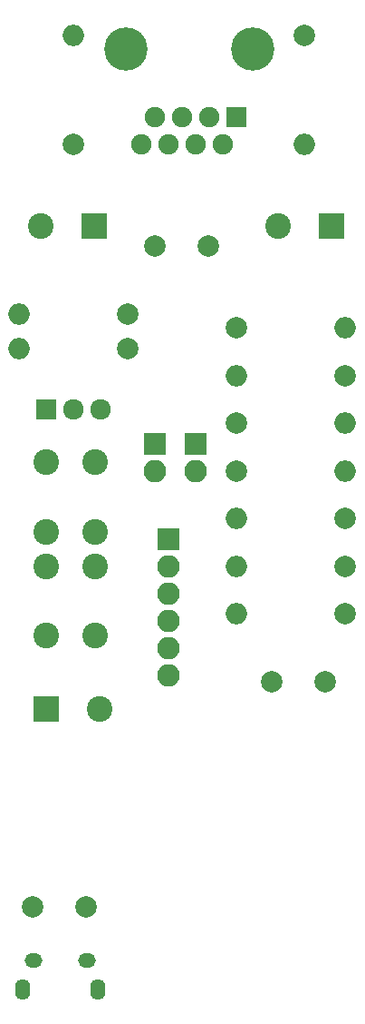
<source format=gbs>
G04 #@! TF.GenerationSoftware,KiCad,Pcbnew,(5.0.0-rc2-dev-40-gfef1ba999)*
G04 #@! TF.CreationDate,2018-03-01T23:08:39+01:00*
G04 #@! TF.ProjectId,HAN_ESP_TSS721,48414E5F4553505F5453533732312E6B,rev?*
G04 #@! TF.SameCoordinates,Original*
G04 #@! TF.FileFunction,Soldermask,Bot*
G04 #@! TF.FilePolarity,Negative*
%FSLAX46Y46*%
G04 Gerber Fmt 4.6, Leading zero omitted, Abs format (unit mm)*
G04 Created by KiCad (PCBNEW (5.0.0-rc2-dev-40-gfef1ba999)) date 03/01/18 23:08:39*
%MOMM*%
%LPD*%
G01*
G04 APERTURE LIST*
%ADD10C,2.000000*%
%ADD11O,2.000000X2.000000*%
%ADD12C,4.050000*%
%ADD13R,1.900000X1.900000*%
%ADD14C,1.900000*%
%ADD15O,1.650000X1.350000*%
%ADD16O,1.400000X1.950000*%
%ADD17R,2.400000X2.400000*%
%ADD18C,2.400000*%
%ADD19R,2.100000X2.100000*%
%ADD20O,2.100000X2.100000*%
%ADD21R,1.920000X1.920000*%
%ADD22C,1.920000*%
G04 APERTURE END LIST*
D10*
X53340000Y-102235000D03*
D11*
X63500000Y-102235000D03*
D10*
X53340000Y-115570000D03*
D11*
X63500000Y-115570000D03*
D12*
X42960000Y-76200000D03*
X54830000Y-76200000D03*
D13*
X53340000Y-82550000D03*
D14*
X52070000Y-85090000D03*
X50800000Y-82550000D03*
X49530000Y-85090000D03*
X48260000Y-82550000D03*
X46990000Y-85090000D03*
X45720000Y-82550000D03*
X44450000Y-85090000D03*
D15*
X34330000Y-161210000D03*
X39330000Y-161210000D03*
D16*
X33330000Y-163910000D03*
X40330000Y-163910000D03*
D17*
X40005000Y-92710000D03*
D18*
X35005000Y-92710000D03*
D10*
X45720000Y-94615000D03*
X50720000Y-94615000D03*
X34290000Y-156210000D03*
X39290000Y-156210000D03*
D17*
X62230000Y-92710000D03*
D18*
X57230000Y-92710000D03*
D10*
X43180000Y-100965000D03*
D11*
X33020000Y-100965000D03*
D10*
X53340000Y-111125000D03*
D11*
X63500000Y-111125000D03*
D10*
X63500000Y-120015000D03*
D11*
X53340000Y-120015000D03*
D10*
X63500000Y-128905000D03*
D11*
X53340000Y-128905000D03*
D10*
X63500000Y-124460000D03*
D11*
X53340000Y-124460000D03*
D10*
X59690000Y-74930000D03*
D11*
X59690000Y-85090000D03*
D10*
X38100000Y-85090000D03*
D11*
X38100000Y-74930000D03*
D10*
X63500000Y-106680000D03*
D11*
X53340000Y-106680000D03*
D19*
X45720000Y-113030000D03*
D20*
X45720000Y-115570000D03*
D19*
X49530000Y-113030000D03*
D20*
X49530000Y-115570000D03*
D11*
X33020000Y-104140000D03*
D10*
X43180000Y-104140000D03*
D21*
X35560000Y-109855000D03*
D22*
X40640000Y-109855000D03*
X38100000Y-109855000D03*
D10*
X56595000Y-135255000D03*
X61595000Y-135255000D03*
D18*
X40560000Y-137795000D03*
D17*
X35560000Y-137795000D03*
D20*
X46990000Y-134620000D03*
X46990000Y-132080000D03*
X46990000Y-129540000D03*
X46990000Y-127000000D03*
X46990000Y-124460000D03*
D19*
X46990000Y-121920000D03*
D18*
X35560000Y-114785000D03*
X40060000Y-114785000D03*
X35560000Y-121285000D03*
X40060000Y-121285000D03*
X40060000Y-130960000D03*
X35560000Y-130960000D03*
X40060000Y-124460000D03*
X35560000Y-124460000D03*
M02*

</source>
